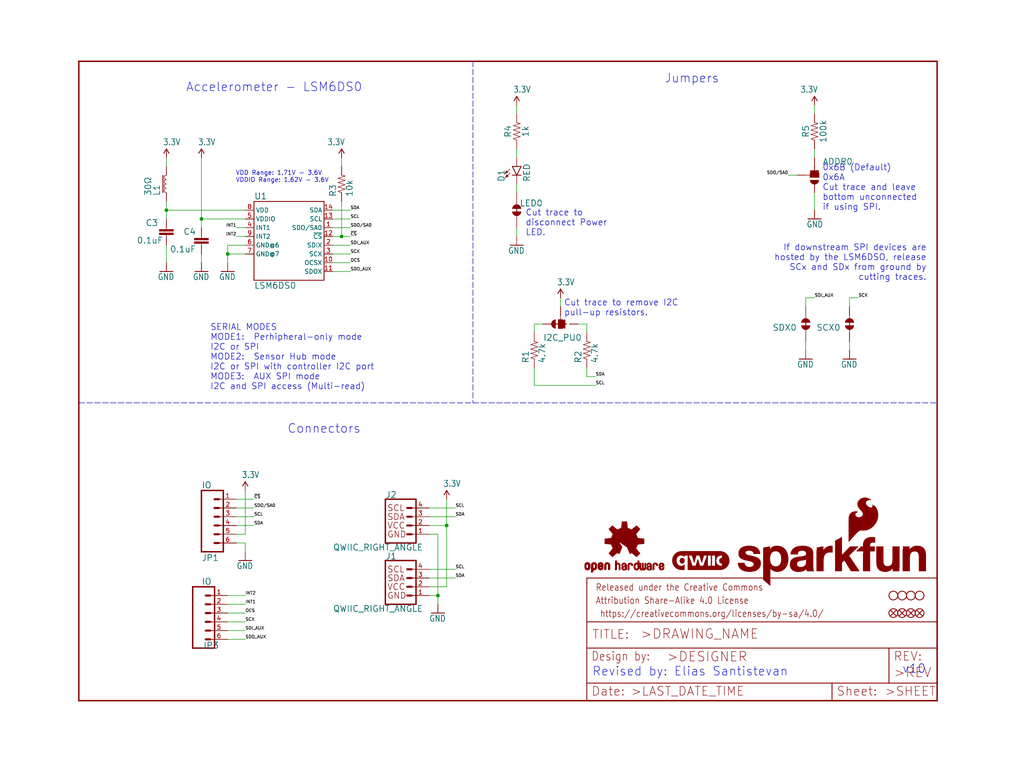
<source format=kicad_sch>
(kicad_sch (version 20211123) (generator eeschema)
  (paper "User" 297.002 223.926)
  (lib_symbols
    (symbol "eagleSchem-eagle-import:0.1UF-0603-25V-(+80{slash}-20%)"
      (property "Reference" "C" (at 1.524 2.921 0))
      (property "Value" "0.1UF-0603-25V-(+80{slash}-20%)" (at 1.524 -2.159 0))
      (symbol "0.1UF-0603-25V-(+80{slash}-20%)_1_0"
        (pin passive line (at 0 5.08 270) (length 2.54) (name "1") (number "1"))
        (pin passive line (at 0 -2.54 90) (length 2.54) (name "2") (number "2"))
      )
    )
    (symbol "eagleSchem-eagle-import:100KOHM-0603-1{slash}10W-1%"
      (property "Reference" "R" (at 0 1.524 0))
      (property "Value" "100KOHM-0603-1{slash}10W-1%" (at 0 -1.524 0))
      (symbol "100KOHM-0603-1{slash}10W-1%_1_0"
        (pin passive line (at -5.08 0 0) (length 2.54) (name "1") (number "1"))
        (pin passive line (at 5.08 0 180) (length 2.54) (name "2") (number "2"))
      )
    )
    (symbol "eagleSchem-eagle-import:10KOHM-0603-1{slash}10W-1%"
      (property "Reference" "R" (at 0 1.524 0))
      (property "Value" "10KOHM-0603-1{slash}10W-1%" (at 0 -1.524 0))
      (symbol "10KOHM-0603-1{slash}10W-1%_1_0"
        (pin passive line (at -5.08 0 0) (length 2.54) (name "1") (number "1"))
        (pin passive line (at 5.08 0 180) (length 2.54) (name "2") (number "2"))
      )
    )
    (symbol "eagleSchem-eagle-import:1KOHM-0603-1{slash}10W-1%"
      (property "Reference" "R" (at 0 1.524 0))
      (property "Value" "1KOHM-0603-1{slash}10W-1%" (at 0 -1.524 0))
      (symbol "1KOHM-0603-1{slash}10W-1%_1_0"
        (pin passive line (at -5.08 0 0) (length 2.54) (name "1") (number "1"))
        (pin passive line (at 5.08 0 180) (length 2.54) (name "2") (number "2"))
      )
    )
    (symbol "eagleSchem-eagle-import:3.3V" (power)
      (property "Value" "3.3V" (at 0 2.794 0))
      (symbol "3.3V_1_0"
        (pin power_in line (at 0 0 90) (length 2.54) (name "3.3V") (number "1"))
      )
    )
    (symbol "eagleSchem-eagle-import:4.7KOHM-0603-1{slash}10W-1%"
      (property "Reference" "R" (at 0 1.524 0))
      (property "Value" "4.7KOHM-0603-1{slash}10W-1%" (at 0 -1.524 0))
      (symbol "4.7KOHM-0603-1{slash}10W-1%_1_0"
        (pin passive line (at -5.08 0 0) (length 2.54) (name "1") (number "1"))
        (pin passive line (at 5.08 0 180) (length 2.54) (name "2") (number "2"))
      )
    )
    (symbol "eagleSchem-eagle-import:CONN_06NO_SILK_NO_POP"
      (property "Reference" "J" (at -5.08 10.668 0))
      (property "Value" "CONN_06NO_SILK_NO_POP" (at -5.08 -9.906 0))
      (symbol "CONN_06NO_SILK_NO_POP_1_0"
        (pin passive line (at 5.08 -5.08 180) (length 5.08) (name "1") (number "1"))
        (pin passive line (at 5.08 -2.54 180) (length 5.08) (name "2") (number "2"))
        (pin passive line (at 5.08 0 180) (length 5.08) (name "3") (number "3"))
        (pin passive line (at 5.08 2.54 180) (length 5.08) (name "4") (number "4"))
        (pin passive line (at 5.08 5.08 180) (length 5.08) (name "5") (number "5"))
        (pin passive line (at 5.08 7.62 180) (length 5.08) (name "6") (number "6"))
      )
    )
    (symbol "eagleSchem-eagle-import:FERRITE_BEAD-0603-30OHM-100MHZ"
      (property "Reference" "FB" (at 1.27 2.54 0))
      (property "Value" "FERRITE_BEAD-0603-30OHM-100MHZ" (at 1.27 -2.54 0))
      (symbol "FERRITE_BEAD-0603-30OHM-100MHZ_1_0"
        (pin passive line (at 0 5.08 270) (length 2.54) (name "1") (number "1"))
        (pin passive line (at 0 -5.08 90) (length 2.54) (name "2") (number "2"))
      )
    )
    (symbol "eagleSchem-eagle-import:FIDUCIALUFIDUCIAL")
    (symbol "eagleSchem-eagle-import:FRAME-LETTER"
      (symbol "FRAME-LETTER_2_0"
        (text " https://creativecommons.org/licenses/by-sa/4.0/" (at 2.54 24.13 0) (effects (font (size 1.9304 1.6408)) (justify left bottom)))
        (text ">DESIGNER" (at 23.114 11.176 0) (effects (font (size 2.7432 2.7432)) (justify left bottom)))
        (text ">DRAWING_NAME" (at 15.494 17.78 0) (effects (font (size 2.7432 2.7432)) (justify left bottom)))
        (text ">LAST_DATE_TIME" (at 12.7 1.27 0) (effects (font (size 2.54 2.54)) (justify left bottom)))
        (text ">REV" (at 88.9 6.604 0) (effects (font (size 2.7432 2.7432)) (justify left bottom)))
        (text ">SHEET" (at 86.36 1.27 0) (effects (font (size 2.54 2.54)) (justify left bottom)))
        (text "Attribution Share-Alike 4.0 License" (at 2.54 27.94 0) (effects (font (size 1.9304 1.6408)) (justify left bottom)))
        (text "Date:" (at 1.27 1.27 0) (effects (font (size 2.54 2.54)) (justify left bottom)))
        (text "Design by:" (at 1.27 11.43 0) (effects (font (size 2.54 2.159)) (justify left bottom)))
        (text "Released under the Creative Commons" (at 2.54 31.75 0) (effects (font (size 1.9304 1.6408)) (justify left bottom)))
        (text "REV:" (at 88.9 11.43 0) (effects (font (size 2.54 2.54)) (justify left bottom)))
        (text "Sheet:" (at 72.39 1.27 0) (effects (font (size 2.54 2.54)) (justify left bottom)))
        (text "TITLE:" (at 1.524 17.78 0) (effects (font (size 2.54 2.54)) (justify left bottom)))
      )
    )
    (symbol "eagleSchem-eagle-import:GND" (power)
      (property "Value" "GND" (at 0 -0.254 0))
      (symbol "GND_1_0"
        (pin power_in line (at 0 2.54 270) (length 2.54) (name "GND") (number "1"))
      )
    )
    (symbol "eagleSchem-eagle-import:JUMPER-SMT_2_NC_TRACE_SILK"
      (property "Reference" "JP" (at -2.54 2.54 0))
      (property "Value" "JUMPER-SMT_2_NC_TRACE_SILK" (at -2.54 -2.54 0))
      (symbol "JUMPER-SMT_2_NC_TRACE_SILK_1_0"
        (pin passive line (at -5.08 0 0) (length 2.54) (name "1") (number "1"))
        (pin passive line (at 5.08 0 180) (length 2.54) (name "2") (number "2"))
      )
    )
    (symbol "eagleSchem-eagle-import:JUMPER-SMT_3_1-NC_TRACE_SILK"
      (property "Reference" "JP" (at 2.54 0.381 0))
      (property "Value" "JUMPER-SMT_3_1-NC_TRACE_SILK" (at 2.54 -0.381 0))
      (symbol "JUMPER-SMT_3_1-NC_TRACE_SILK_1_0"
        (pin passive line (at 0 5.08 270) (length 2.54) (name "1") (number "1"))
        (pin passive line (at -5.08 0 0) (length 2.54) (name "2") (number "2"))
        (pin passive line (at 0 -5.08 90) (length 2.54) (name "3") (number "3"))
      )
    )
    (symbol "eagleSchem-eagle-import:JUMPER-SMT_3_2-NC_TRACE_SILK"
      (property "Reference" "JP" (at 2.54 0.381 0))
      (property "Value" "JUMPER-SMT_3_2-NC_TRACE_SILK" (at 2.54 -0.381 0))
      (symbol "JUMPER-SMT_3_2-NC_TRACE_SILK_1_0"
        (pin passive line (at 0 5.08 270) (length 2.54) (name "1") (number "1"))
        (pin passive line (at -5.08 0 0) (length 2.54) (name "2") (number "2"))
        (pin passive line (at 0 -5.08 90) (length 2.54) (name "3") (number "3"))
      )
    )
    (symbol "eagleSchem-eagle-import:LED-RED0603"
      (property "Reference" "D" (at -3.429 -4.572 90))
      (property "Value" "LED-RED0603" (at 1.905 -4.572 90))
      (symbol "LED-RED0603_1_0"
        (pin passive line (at 0 2.54 270) (length 2.54) (name "A") (number "A"))
        (pin passive line (at 0 -5.08 90) (length 2.54) (name "C") (number "C"))
      )
    )
    (symbol "eagleSchem-eagle-import:LSM6DSO"
      (property "Reference" "U" (at -10.16 13.208 0))
      (property "Value" "LSM6DSO" (at -10.16 -12.7 0))
      (symbol "LSM6DSO_1_0"
        (pin bidirectional line (at 12.7 5.08 180) (length 2.54) (name "SDO/SA0") (number "1"))
        (pin bidirectional line (at 12.7 -5.08 180) (length 2.54) (name "OCSX") (number "10"))
        (pin bidirectional line (at 12.7 -7.62 180) (length 2.54) (name "SDOX") (number "11"))
        (pin bidirectional line (at 12.7 2.54 180) (length 2.54) (name "~{CS}") (number "12"))
        (pin bidirectional line (at 12.7 7.62 180) (length 2.54) (name "SCL") (number "13"))
        (pin bidirectional line (at 12.7 10.16 180) (length 2.54) (name "SDA") (number "14"))
        (pin bidirectional line (at 12.7 0 180) (length 2.54) (name "SDIX") (number "2"))
        (pin bidirectional line (at 12.7 -2.54 180) (length 2.54) (name "SCX") (number "3"))
        (pin bidirectional line (at -12.7 5.08 0) (length 2.54) (name "INT1") (number "4"))
        (pin bidirectional line (at -12.7 7.62 0) (length 2.54) (name "VDDIO") (number "5"))
        (pin bidirectional line (at -12.7 0 0) (length 2.54) (name "GND@6") (number "6"))
        (pin bidirectional line (at -12.7 -2.54 0) (length 2.54) (name "GND@7") (number "7"))
        (pin bidirectional line (at -12.7 10.16 0) (length 2.54) (name "VDD") (number "8"))
        (pin bidirectional line (at -12.7 2.54 0) (length 2.54) (name "INT2") (number "9"))
      )
    )
    (symbol "eagleSchem-eagle-import:OSHW-LOGOS")
    (symbol "eagleSchem-eagle-import:QWIIC_CONNECTORJS-1MM"
      (property "Reference" "J" (at -5.08 7.874 0))
      (property "Value" "QWIIC_CONNECTORJS-1MM" (at -5.08 -5.334 0))
      (symbol "QWIIC_CONNECTORJS-1MM_1_0"
        (text "GND" (at -4.572 -2.54 0) (effects (font (size 1.778 1.778)) (justify left)))
        (text "SCL" (at -4.572 5.08 0) (effects (font (size 1.778 1.778)) (justify left)))
        (text "SDA" (at -4.572 2.54 0) (effects (font (size 1.778 1.778)) (justify left)))
        (text "VCC" (at -4.572 0 0) (effects (font (size 1.778 1.778)) (justify left)))
        (pin power_in line (at 7.62 -2.54 180) (length 5.08) (name "1") (number "1"))
        (pin power_in line (at 7.62 0 180) (length 5.08) (name "2") (number "2"))
        (pin passive line (at 7.62 2.54 180) (length 5.08) (name "3") (number "3"))
        (pin passive line (at 7.62 5.08 180) (length 5.08) (name "4") (number "4"))
      )
    )
    (symbol "eagleSchem-eagle-import:QWIIC_LOGO_4MM")
    (symbol "eagleSchem-eagle-import:SFE_LOGO_NAME_FLAME.1_INCH")
    (symbol "eagleSchem-eagle-import:STAND-OFFTIGHT")
  )
  (junction (at 48.26 60.96))
  (junction (at 99.06 68.58))
  (junction (at 66.04 73.66))
  (junction (at 127 172.72))
  (junction (at 58.42 63.5))
  (junction (at 129.54 152.4))
  (wire (pts (xy 124.46 170.18) (xy 129.54 170.18)))
  (wire (pts (xy 170.18 109.22) (xy 172.72 109.22)))
  (wire (pts (xy 71.12 68.58) (xy 68.58 68.58)))
  (wire (pts (xy 71.12 157.48) (xy 71.12 160.02)))
  (wire (pts (xy 246.38 86.36) (xy 248.92 86.36)))
  (wire (pts (xy 129.54 152.4) (xy 129.54 144.78)))
  (wire (pts (xy 124.46 152.4) (xy 129.54 152.4)))
  (wire (pts (xy 154.94 93.98) (xy 157.48 93.98)))
  (wire (pts (xy 124.46 149.86) (xy 132.08 149.86)))
  (wire (pts (xy 71.12 154.94) (xy 71.12 142.24)))
  (wire (pts (xy 96.52 66.04) (xy 101.6 66.04)))
  (wire (pts (xy 246.38 101.6) (xy 246.38 99.06)))
  (wire (pts (xy 48.26 60.96) (xy 71.12 60.96)))
  (wire (pts (xy 127 154.94) (xy 127 172.72)))
  (wire (pts (xy 124.46 167.64) (xy 132.08 167.64)))
  (wire (pts (xy 48.26 58.42) (xy 48.26 60.96)))
  (wire (pts (xy 124.46 154.94) (xy 127 154.94)))
  (wire (pts (xy 236.22 43.18) (xy 236.22 45.72)))
  (wire (pts (xy 48.26 48.26) (xy 48.26 45.72)))
  (wire (pts (xy 154.94 96.52) (xy 154.94 93.98)))
  (wire (pts (xy 246.38 88.9) (xy 246.38 86.36)))
  (wire (pts (xy 231.14 50.8) (xy 228.6 50.8)))
  (wire (pts (xy 233.68 86.36) (xy 236.22 86.36)))
  (wire (pts (xy 66.04 175.26) (xy 71.12 175.26)))
  (wire (pts (xy 68.58 149.86) (xy 73.66 149.86)))
  (wire (pts (xy 66.04 182.88) (xy 71.12 182.88)))
  (wire (pts (xy 68.58 144.78) (xy 73.66 144.78)))
  (wire (pts (xy 66.04 177.8) (xy 71.12 177.8)))
  (wire (pts (xy 68.58 66.04) (xy 71.12 66.04)))
  (wire (pts (xy 124.46 165.1) (xy 132.08 165.1)))
  (wire (pts (xy 68.58 152.4) (xy 73.66 152.4)))
  (wire (pts (xy 68.58 157.48) (xy 71.12 157.48)))
  (wire (pts (xy 99.06 68.58) (xy 99.06 58.42)))
  (wire (pts (xy 162.56 86.36) (xy 162.56 88.9)))
  (wire (pts (xy 170.18 93.98) (xy 170.18 96.52)))
  (polyline (pts (xy 137.16 116.84) (xy 271.78 116.84)))
  (wire (pts (xy 154.94 106.68) (xy 154.94 111.76)))
  (wire (pts (xy 58.42 66.04) (xy 58.42 63.5)))
  (wire (pts (xy 66.04 76.2) (xy 66.04 73.66)))
  (wire (pts (xy 154.94 111.76) (xy 172.72 111.76)))
  (wire (pts (xy 236.22 60.96) (xy 236.22 55.88)))
  (wire (pts (xy 101.6 68.58) (xy 99.06 68.58)))
  (wire (pts (xy 124.46 172.72) (xy 127 172.72)))
  (wire (pts (xy 96.52 60.96) (xy 101.6 60.96)))
  (wire (pts (xy 96.52 63.5) (xy 101.6 63.5)))
  (wire (pts (xy 66.04 180.34) (xy 71.12 180.34)))
  (wire (pts (xy 124.46 147.32) (xy 132.08 147.32)))
  (wire (pts (xy 233.68 88.9) (xy 233.68 86.36)))
  (wire (pts (xy 96.52 68.58) (xy 99.06 68.58)))
  (polyline (pts (xy 137.16 17.78) (xy 137.16 116.84)))
  (wire (pts (xy 66.04 73.66) (xy 66.04 71.12)))
  (polyline (pts (xy 22.86 116.84) (xy 137.16 116.84)))
  (wire (pts (xy 96.52 71.12) (xy 101.6 71.12)))
  (wire (pts (xy 127 172.72) (xy 127 175.26)))
  (wire (pts (xy 68.58 147.32) (xy 73.66 147.32)))
  (wire (pts (xy 96.52 73.66) (xy 101.6 73.66)))
  (wire (pts (xy 149.86 53.34) (xy 149.86 55.88)))
  (wire (pts (xy 71.12 63.5) (xy 58.42 63.5)))
  (wire (pts (xy 99.06 45.72) (xy 99.06 48.26)))
  (wire (pts (xy 233.68 101.6) (xy 233.68 99.06)))
  (wire (pts (xy 149.86 43.18) (xy 149.86 45.72)))
  (wire (pts (xy 58.42 76.2) (xy 58.42 73.66)))
  (wire (pts (xy 58.42 63.5) (xy 58.42 45.72)))
  (wire (pts (xy 66.04 71.12) (xy 71.12 71.12)))
  (wire (pts (xy 149.86 33.02) (xy 149.86 30.48)))
  (wire (pts (xy 167.64 93.98) (xy 170.18 93.98)))
  (wire (pts (xy 236.22 30.48) (xy 236.22 33.02)))
  (wire (pts (xy 48.26 76.2) (xy 48.26 71.12)))
  (wire (pts (xy 68.58 154.94) (xy 71.12 154.94)))
  (wire (pts (xy 129.54 170.18) (xy 129.54 152.4)))
  (wire (pts (xy 96.52 78.74) (xy 101.6 78.74)))
  (wire (pts (xy 66.04 172.72) (xy 71.12 172.72)))
  (wire (pts (xy 96.52 76.2) (xy 101.6 76.2)))
  (wire (pts (xy 66.04 185.42) (xy 71.12 185.42)))
  (wire (pts (xy 48.26 63.5) (xy 48.26 60.96)))
  (wire (pts (xy 71.12 73.66) (xy 66.04 73.66)))
  (wire (pts (xy 149.86 66.04) (xy 149.86 68.58)))
  (wire (pts (xy 170.18 106.68) (xy 170.18 109.22)))
  (text "VDD Range: 1.71V - 3.6V\nVDDIO Range: 1.62V - 3.6V" (at 68.326 53.086 180) (effects (font (size 1.27 1.27)) (justify left bottom)))
  (text "0x6B (Default)\n0x6A\nCut trace and leave\nbottom unconnected\nif using SPI." (at 238.506 61.214 0) (effects (font (size 1.778 1.778)) (justify left bottom)))
  (text "Accelerometer - LSM6DS0" (at 79.502 25.4 180) (effects (font (size 2.54 2.54))))
  (text "v10" (at 261.62 195.58 180) (effects (font (size 2.54 2.54)) (justify left bottom)))
  (text "Jumpers" (at 200.66 22.86 180) (effects (font (size 2.54 2.54))))
  (text "Cut trace to\ndisconnect Power\nLED." (at 152.4 68.58 180) (effects (font (size 1.778 1.778)) (justify left bottom)))
  (text "If downstream SPI devices are\nhosted by the LSM6DSO, release\nSCx and SDx from ground by\ncutting traces." (at 268.732 81.534 0) (effects (font (size 1.778 1.778)) (justify right bottom)))
  (text "Connectors" (at 93.98 124.46 180) (effects (font (size 2.54 2.54))))
  (text "Cut trace to remove I2C\npull-up resistors." (at 163.576 86.868 180) (effects (font (size 1.778 1.778)) (justify left top)))
  (text "SERIAL MODES\nMODE1:  Perhipheral-only mode\nI2C or SPI\nMODE2:  Sensor Hub mode\nI2C or SPI with controller I2C port\nMODE3:  AUX SPI mode\nI2C and SPI access (Multi-read)" (at 60.96 93.98 0) (effects (font (size 1.778 1.778)) (justify left top)))
  (text "Revised by: Elias Santistevan" (at 171.704 196.342 180) (effects (font (size 2.54 2.54)) (justify left bottom)))
  (label "SDA" (at 132.08 149.86 0) (effects (font (size 0.889 0.889))))
  (label "SDO_AUX" (at 71.12 185.42 0) (effects (font (size 0.889 0.889))))
  (label "SDA" (at 101.6 60.96 0) (effects (font (size 0.889 0.889))))
  (label "SDA" (at 172.72 109.22 0) (effects (font (size 0.889 0.889))))
  (label "INT1" (at 68.58 66.04 180) (effects (font (size 0.889 0.889))))
  (label "SCX" (at 248.92 86.36 0) (effects (font (size 0.889 0.889))))
  (label "SCX" (at 71.12 180.34 0) (effects (font (size 0.889 0.889))))
  (label "SCL" (at 132.08 147.32 0) (effects (font (size 0.889 0.889))))
  (label "SCL" (at 73.66 149.86 0) (effects (font (size 0.889 0.889))))
  (label "SDO/SA0" (at 101.6 66.04 0) (effects (font (size 0.889 0.889))))
  (label "~{CS}" (at 73.66 144.78 0) (effects (font (size 0.889 0.889))))
  (label "INT1" (at 71.12 175.26 0) (effects (font (size 0.889 0.889))))
  (label "SCL" (at 132.08 165.1 0) (effects (font (size 0.889 0.889))))
  (label "SDA" (at 132.08 167.64 0) (effects (font (size 0.889 0.889))))
  (label "~{CS}" (at 101.6 68.58 0) (effects (font (size 0.889 0.889))))
  (label "SCL" (at 172.72 111.76 0) (effects (font (size 0.889 0.889))))
  (label "OCS" (at 101.6 76.2 0) (effects (font (size 0.889 0.889))))
  (label "INT2" (at 68.58 68.58 180) (effects (font (size 0.889 0.889))))
  (label "OCS" (at 71.12 177.8 0) (effects (font (size 0.889 0.889))))
  (label "SDI_AUX" (at 236.22 86.36 0) (effects (font (size 0.889 0.889))))
  (label "SDO_AUX" (at 101.6 78.74 0) (effects (font (size 0.889 0.889))))
  (label "SDO/SA0" (at 228.6 50.8 180) (effects (font (size 0.889 0.889))))
  (label "SCX" (at 101.6 73.66 0) (effects (font (size 0.889 0.889))))
  (label "SDA" (at 73.66 152.4 0) (effects (font (size 0.889 0.889))))
  (label "SCL" (at 101.6 63.5 0) (effects (font (size 0.889 0.889))))
  (label "SDI_AUX" (at 71.12 182.88 0) (effects (font (size 0.889 0.889))))
  (label "INT2" (at 71.12 172.72 0) (effects (font (size 0.889 0.889))))
  (label "SDI_AUX" (at 101.6 71.12 0) (effects (font (size 0.889 0.889))))
  (label "SDO/SA0" (at 73.66 147.32 0) (effects (font (size 0.889 0.889))))
  (symbol (lib_id "eagleSchem-eagle-import:3.3V") (at 129.54 144.78 0) (unit 1)
    (property "Reference" "#SUPPLY1" (effects hide))
    (property "Value" "3.3V" (at 128.524 141.224 0) (effects (font (size 1.778 1.5113)) (justify left bottom)))
    (property "Footprint" "eagleSchem:" (effects hide))
  )
  (symbol (lib_id "eagleSchem-eagle-import:4.7KOHM-0603-1{slash}10W-1%") (at 154.94 101.6 90) (unit 1)
    (property "Reference" "R1" (at 153.4414 105.41 0) (effects (font (size 1.778 1.778)) (justify left bottom)))
    (property "Value" "4.7k" (at 158.242 105.41 0) (effects (font (size 1.778 1.778)) (justify left bottom)))
    (property "Footprint" "eagleSchem:0603" (effects hide))
  )
  (symbol (lib_id "eagleSchem-eagle-import:STAND-OFFTIGHT") (at 264.16 172.72 0) (unit 1)
    (property "Reference" "STANDOFF3" (effects hide))
    (property "Value" "STAND-OFFTIGHT" (effects hide))
    (property "Footprint" "eagleSchem:STAND-OFF-TIGHT" (effects hide))
  )
  (symbol (lib_id "eagleSchem-eagle-import:JUMPER-SMT_2_NC_TRACE_SILK") (at 246.38 93.98 90) (unit 1)
    (property "Reference" "SCX0" (at 243.84 93.98 90) (effects (font (size 1.778 1.778)) (justify left bottom)))
    (property "Value" "JUMPER-SMT_2_NC_TRACE_SILK" (effects hide))
    (property "Footprint" "eagleSchem:SMT-JUMPER_2_NC_TRACE_SILK" (effects hide))
  )
  (symbol (lib_id "eagleSchem-eagle-import:GND") (at 66.04 78.74 0) (unit 1)
    (property "Reference" "#GND4" (effects hide))
    (property "Value" "GND" (at 63.5 81.28 0) (effects (font (size 1.778 1.5113)) (justify left bottom)))
    (property "Footprint" "eagleSchem:" (effects hide))
  )
  (symbol (lib_id "eagleSchem-eagle-import:CONN_06NO_SILK_NO_POP") (at 60.96 177.8 0) (mirror x) (unit 1)
    (property "Reference" "JP3" (at 58.42 186.182 0) (effects (font (size 1.778 1.778)) (justify left bottom)))
    (property "Value" "IO" (at 58.42 167.64 0) (effects (font (size 1.778 1.778)) (justify left bottom)))
    (property "Footprint" "eagleSchem:1X06_NO_SILK" (effects hide))
  )
  (symbol (lib_id "eagleSchem-eagle-import:1KOHM-0603-1{slash}10W-1%") (at 149.86 38.1 90) (unit 1)
    (property "Reference" "R4" (at 148.336 38.1 0) (effects (font (size 1.778 1.778)) (justify bottom)))
    (property "Value" "1k" (at 151.384 38.1 0) (effects (font (size 1.778 1.778)) (justify top)))
    (property "Footprint" "eagleSchem:0603" (effects hide))
  )
  (symbol (lib_id "eagleSchem-eagle-import:0.1UF-0603-25V-(+80{slash}-20%)") (at 48.26 68.58 0) (unit 1)
    (property "Reference" "C3" (at 42.164 65.659 0) (effects (font (size 1.778 1.778)) (justify left bottom)))
    (property "Value" "0.1uF" (at 39.624 70.739 0) (effects (font (size 1.778 1.778)) (justify left bottom)))
    (property "Footprint" "eagleSchem:0603" (effects hide))
  )
  (symbol (lib_id "eagleSchem-eagle-import:4.7KOHM-0603-1{slash}10W-1%") (at 170.18 101.6 90) (unit 1)
    (property "Reference" "R2" (at 168.6814 105.41 0) (effects (font (size 1.778 1.778)) (justify left bottom)))
    (property "Value" "4.7k" (at 173.482 105.41 0) (effects (font (size 1.778 1.778)) (justify left bottom)))
    (property "Footprint" "eagleSchem:0603" (effects hide))
  )
  (symbol (lib_id "eagleSchem-eagle-import:LSM6DSO") (at 83.82 71.12 0) (unit 1)
    (property "Reference" "U1" (at 73.66 57.912 0) (effects (font (size 1.778 1.778)) (justify left bottom)))
    (property "Value" "LSM6DS0" (at 73.66 83.82 0) (effects (font (size 1.778 1.778)) (justify left bottom)))
    (property "Footprint" "eagleSchem:LGA14L" (effects hide))
  )
  (symbol (lib_id "eagleSchem-eagle-import:3.3V") (at 58.42 45.72 0) (unit 1)
    (property "Reference" "#SUPPLY4" (effects hide))
    (property "Value" "3.3V" (at 57.404 42.164 0) (effects (font (size 1.778 1.5113)) (justify left bottom)))
    (property "Footprint" "eagleSchem:" (effects hide))
  )
  (symbol (lib_id "eagleSchem-eagle-import:GND") (at 58.42 78.74 0) (unit 1)
    (property "Reference" "#GND10" (effects hide))
    (property "Value" "GND" (at 55.88 81.28 0) (effects (font (size 1.778 1.5113)) (justify left bottom)))
    (property "Footprint" "eagleSchem:" (effects hide))
  )
  (symbol (lib_id "eagleSchem-eagle-import:0.1UF-0603-25V-(+80{slash}-20%)") (at 58.42 71.12 0) (mirror y) (unit 1)
    (property "Reference" "C4" (at 56.896 68.199 0) (effects (font (size 1.778 1.778)) (justify left bottom)))
    (property "Value" "0.1uF" (at 56.896 73.279 0) (effects (font (size 1.778 1.778)) (justify left bottom)))
    (property "Footprint" "eagleSchem:0603" (effects hide))
  )
  (symbol (lib_id "eagleSchem-eagle-import:GND") (at 48.26 78.74 0) (unit 1)
    (property "Reference" "#GND5" (effects hide))
    (property "Value" "GND" (at 45.72 81.28 0) (effects (font (size 1.778 1.5113)) (justify left bottom)))
    (property "Footprint" "eagleSchem:" (effects hide))
  )
  (symbol (lib_id "eagleSchem-eagle-import:3.3V") (at 236.22 30.48 0) (mirror y) (unit 1)
    (property "Reference" "#SUPPLY10" (effects hide))
    (property "Value" "3.3V" (at 237.236 26.924 0) (effects (font (size 1.778 1.5113)) (justify left bottom)))
    (property "Footprint" "eagleSchem:" (effects hide))
  )
  (symbol (lib_id "eagleSchem-eagle-import:GND") (at 246.38 104.14 0) (unit 1)
    (property "Reference" "#GND2" (effects hide))
    (property "Value" "GND" (at 243.84 106.68 0) (effects (font (size 1.778 1.5113)) (justify left bottom)))
    (property "Footprint" "eagleSchem:" (effects hide))
  )
  (symbol (lib_id "eagleSchem-eagle-import:GND") (at 71.12 162.56 0) (unit 1)
    (property "Reference" "#GND11" (effects hide))
    (property "Value" "GND" (at 68.58 165.1 0) (effects (font (size 1.778 1.5113)) (justify left bottom)))
    (property "Footprint" "eagleSchem:" (effects hide))
  )
  (symbol (lib_id "eagleSchem-eagle-import:JUMPER-SMT_3_2-NC_TRACE_SILK") (at 162.56 93.98 90) (mirror x) (unit 1)
    (property "Reference" "I2C_PU0" (at 157.48 96.901 90) (effects (font (size 1.778 1.778)) (justify right top)))
    (property "Value" "S_MODE" (effects hide))
    (property "Footprint" "eagleSchem:SMT-JUMPER_3_2-NC_TRACE_SILK" (effects hide))
  )
  (symbol (lib_id "eagleSchem-eagle-import:STAND-OFFTIGHT") (at 266.7 172.72 0) (unit 1)
    (property "Reference" "STANDOFF4" (effects hide))
    (property "Value" "STAND-OFFTIGHT" (effects hide))
    (property "Footprint" "eagleSchem:STAND-OFF-TIGHT" (effects hide))
  )
  (symbol (lib_id "eagleSchem-eagle-import:GND") (at 149.86 71.12 0) (unit 1)
    (property "Reference" "#GND7" (effects hide))
    (property "Value" "GND" (at 147.32 73.66 0) (effects (font (size 1.778 1.5113)) (justify left bottom)))
    (property "Footprint" "eagleSchem:" (effects hide))
  )
  (symbol (lib_id "eagleSchem-eagle-import:CONN_06NO_SILK_NO_POP") (at 63.5 149.86 0) (mirror x) (unit 1)
    (property "Reference" "JP1" (at 58.42 160.782 0) (effects (font (size 1.778 1.778)) (justify left bottom)))
    (property "Value" "IO" (at 58.42 139.7 0) (effects (font (size 1.778 1.778)) (justify left bottom)))
    (property "Footprint" "eagleSchem:1X06_NO_SILK" (effects hide))
  )
  (symbol (lib_id "eagleSchem-eagle-import:FIDUCIALUFIDUCIAL") (at 261.62 177.8 0) (unit 1)
    (property "Reference" "FID2" (effects hide))
    (property "Value" "FIDUCIALUFIDUCIAL" (effects hide))
    (property "Footprint" "eagleSchem:FIDUCIAL-MICRO" (effects hide))
  )
  (symbol (lib_id "eagleSchem-eagle-import:FIDUCIALUFIDUCIAL") (at 264.16 177.8 0) (unit 1)
    (property "Reference" "FD1" (effects hide))
    (property "Value" "FIDUCIALUFIDUCIAL" (effects hide))
    (property "Footprint" "eagleSchem:FIDUCIAL-MICRO" (effects hide))
  )
  (symbol (lib_id "eagleSchem-eagle-import:GND") (at 127 177.8 0) (unit 1)
    (property "Reference" "#GND3" (effects hide))
    (property "Value" "GND" (at 124.46 180.34 0) (effects (font (size 1.778 1.5113)) (justify left bottom)))
    (property "Footprint" "eagleSchem:" (effects hide))
  )
  (symbol (lib_id "eagleSchem-eagle-import:STAND-OFFTIGHT") (at 261.62 172.72 0) (unit 1)
    (property "Reference" "STANDOFF2" (effects hide))
    (property "Value" "STAND-OFFTIGHT" (effects hide))
    (property "Footprint" "eagleSchem:STAND-OFF-TIGHT" (effects hide))
  )
  (symbol (lib_id "eagleSchem-eagle-import:OSHW-LOGOS") (at 181.102 156.972 0) (unit 1)
    (property "Reference" "LOGO2" (effects hide))
    (property "Value" "OSHW-LOGOS" (effects hide))
    (property "Footprint" "eagleSchem:OSHW-LOGO-S" (effects hide))
  )
  (symbol (lib_id "eagleSchem-eagle-import:JUMPER-SMT_2_NC_TRACE_SILK") (at 233.68 93.98 90) (unit 1)
    (property "Reference" "SDX0" (at 231.14 93.98 90) (effects (font (size 1.778 1.778)) (justify left bottom)))
    (property "Value" "JUMPER-SMT_2_NC_TRACE_SILK" (effects hide))
    (property "Footprint" "eagleSchem:SMT-JUMPER_2_NC_TRACE_SILK" (effects hide))
  )
  (symbol (lib_id "eagleSchem-eagle-import:GND") (at 233.68 104.14 0) (unit 1)
    (property "Reference" "#GND1" (effects hide))
    (property "Value" "GND" (at 231.14 106.68 0) (effects (font (size 1.778 1.5113)) (justify left bottom)))
    (property "Footprint" "eagleSchem:" (effects hide))
  )
  (symbol (lib_id "eagleSchem-eagle-import:100KOHM-0603-1{slash}10W-1%") (at 236.22 38.1 90) (unit 1)
    (property "Reference" "R5" (at 234.696 38.1 0) (effects (font (size 1.778 1.778)) (justify bottom)))
    (property "Value" "100k" (at 237.744 38.1 0) (effects (font (size 1.778 1.778)) (justify top)))
    (property "Footprint" "eagleSchem:0603" (effects hide))
  )
  (symbol (lib_id "eagleSchem-eagle-import:QWIIC_CONNECTORJS-1MM") (at 116.84 152.4 0) (unit 1)
    (property "Reference" "J2" (at 111.76 144.526 0) (effects (font (size 1.778 1.778)) (justify left bottom)))
    (property "Value" "QWIIC_RIGHT_ANGLE" (at 96.52 157.734 0) (effects (font (size 1.778 1.778)) (justify left top)))
    (property "Footprint" "eagleSchem:JST04_1MM_RA" (effects hide))
  )
  (symbol (lib_id "eagleSchem-eagle-import:JUMPER-SMT_2_NC_TRACE_SILK") (at 149.86 60.96 90) (unit 1)
    (property "Reference" "LED0" (at 157.48 57.912 90) (effects (font (size 1.778 1.778)) (justify left bottom)))
    (property "Value" "JUMPER-SMT_2_NC_TRACE_SILK" (effects hide))
    (property "Footprint" "eagleSchem:SMT-JUMPER_2_NC_TRACE_SILK" (effects hide))
  )
  (symbol (lib_id "eagleSchem-eagle-import:FIDUCIALUFIDUCIAL") (at 266.7 177.8 0) (unit 1)
    (property "Reference" "FD2" (effects hide))
    (property "Value" "FIDUCIALUFIDUCIAL" (effects hide))
    (property "Footprint" "eagleSchem:FIDUCIAL-MICRO" (effects hide))
  )
  (symbol (lib_id "eagleSchem-eagle-import:QWIIC_CONNECTORJS-1MM") (at 116.84 170.18 0) (unit 1)
    (property "Reference" "J1" (at 111.76 162.306 0) (effects (font (size 1.778 1.778)) (justify left bottom)))
    (property "Value" "QWIIC_RIGHT_ANGLE" (at 96.52 175.514 0) (effects (font (size 1.778 1.778)) (justify left top)))
    (property "Footprint" "eagleSchem:JST04_1MM_RA" (effects hide))
  )
  (symbol (lib_id "eagleSchem-eagle-import:FIDUCIALUFIDUCIAL") (at 259.08 177.8 0) (unit 1)
    (property "Reference" "FID1" (effects hide))
    (property "Value" "FIDUCIALUFIDUCIAL" (effects hide))
    (property "Footprint" "eagleSchem:FIDUCIAL-MICRO" (effects hide))
  )
  (symbol (lib_id "eagleSchem-eagle-import:LED-RED0603") (at 149.86 48.26 0) (unit 1)
    (property "Reference" "D1" (at 146.431 52.832 90) (effects (font (size 1.778 1.778)) (justify left bottom)))
    (property "Value" "RED" (at 151.765 52.832 90) (effects (font (size 1.778 1.778)) (justify left top)))
    (property "Footprint" "eagleSchem:LED-0603" (effects hide))
  )
  (symbol (lib_id "eagleSchem-eagle-import:3.3V") (at 99.06 45.72 0) (mirror y) (unit 1)
    (property "Reference" "#SUPPLY11" (effects hide))
    (property "Value" "3.3V" (at 100.076 42.164 0) (effects (font (size 1.778 1.5113)) (justify left bottom)))
    (property "Footprint" "eagleSchem:" (effects hide))
  )
  (symbol (lib_id "eagleSchem-eagle-import:FRAME-LETTER") (at 170.18 203.2 0) (unit 2)
    (property "Reference" "FRAME1" (effects hide))
    (property "Value" "FRAME-LETTER" (effects hide))
    (property "Footprint" "eagleSchem:CREATIVE_COMMONS" (effects hide))
    (property "Value" "FRAME-LETTER" (effects hide))
  )
  (symbol (lib_id "eagleSchem-eagle-import:QWIIC_LOGO_4MM") (at 203.2 162.56 0) (unit 1)
    (property "Reference" "LOGO1" (effects hide))
    (property "Value" "QWIIC_LOGO_4MM" (effects hide))
    (property "Footprint" "eagleSchem:QWIIC_4MM" (effects hide))
  )
  (symbol (lib_id "eagleSchem-eagle-import:3.3V") (at 162.56 86.36 0) (unit 1)
    (property "Reference" "#SUPPLY2" (effects hide))
    (property "Value" "3.3V" (at 161.544 82.804 0) (effects (font (size 1.778 1.5113)) (justify left bottom)))
    (property "Footprint" "eagleSchem:" (effects hide))
  )
  (symbol (lib_id "eagleSchem-eagle-import:FERRITE_BEAD-0603-30OHM-100MHZ") (at 48.26 53.34 0) (mirror y) (unit 1)
    (property "Reference" "L1" (at 44.45 56.896 90) (effects (font (size 1.778 1.778)) (justify left bottom)))
    (property "Value" "30Ω" (at 41.91 56.896 90) (effects (font (size 1.778 1.778)) (justify left bottom)))
    (property "Footprint" "eagleSchem:0603" (effects hide))
  )
  (symbol (lib_id "eagleSchem-eagle-import:3.3V") (at 71.12 142.24 0) (unit 1)
    (property "Reference" "#SUPPLY6" (effects hide))
    (property "Value" "3.3V" (at 70.104 138.684 0) (effects (font (size 1.778 1.5113)) (justify left bottom)))
    (property "Footprint" "eagleSchem:" (effects hide))
  )
  (symbol (lib_id "eagleSchem-eagle-import:3.3V") (at 149.86 30.48 0) (unit 1)
    (property "Reference" "#SUPPLY3" (effects hide))
    (property "Value" "3.3V" (at 148.844 26.924 0) (effects (font (size 1.778 1.5113)) (justify left bottom)))
    (property "Footprint" "eagleSchem:" (effects hide))
  )
  (symbol (lib_id "eagleSchem-eagle-import:STAND-OFFTIGHT") (at 259.08 172.72 0) (unit 1)
    (property "Reference" "STANDOFF1" (effects hide))
    (property "Value" "STAND-OFFTIGHT" (effects hide))
    (property "Footprint" "eagleSchem:STAND-OFF-TIGHT" (effects hide))
  )
  (symbol (lib_id "eagleSchem-eagle-import:FRAME-LETTER") (at 22.86 203.2 0) (unit 1)
    (property "Reference" "FRAME1" (effects hide))
    (property "Value" "FRAME-LETTER" (effects hide))
    (property "Footprint" "eagleSchem:CREATIVE_COMMONS" (effects hide))
    (property "Value" "FRAME-LETTER" (effects hide))
  )
  (symbol (lib_id "eagleSchem-eagle-import:JUMPER-SMT_3_1-NC_TRACE_SILK") (at 236.22 50.8 0) (mirror x) (unit 1)
    (property "Reference" "ADDR0" (at 238.506 45.847 0) (effects (font (size 1.778 1.778)) (justify left bottom)))
    (property "Value" "JUMPER-SMT_3_1-NC_TRACE_SILK" (effects hide))
    (property "Footprint" "eagleSchem:SMT-JUMPER_3_1-NC_TRACE_SILK" (effects hide))
  )
  (symbol (lib_id "eagleSchem-eagle-import:3.3V") (at 48.26 45.72 0) (unit 1)
    (property "Reference" "#SUPPLY5" (effects hide))
    (property "Value" "3.3V" (at 47.244 42.164 0) (effects (font (size 1.778 1.5113)) (justify left bottom)))
    (property "Footprint" "eagleSchem:" (effects hide))
  )
  (symbol (lib_id "eagleSchem-eagle-import:GND") (at 236.22 63.5 0) (mirror y) (unit 1)
    (property "Reference" "#GND6" (effects hide))
    (property "Value" "GND" (at 238.76 66.04 0) (effects (font (size 1.778 1.5113)) (justify left bottom)))
    (property "Footprint" "eagleSchem:" (effects hide))
  )
  (symbol (lib_id "eagleSchem-eagle-import:SFE_LOGO_NAME_FLAME.1_INCH") (at 213.36 170.18 0) (unit 1)
    (property "Reference" "LOGO3" (effects hide))
    (property "Value" "SFE_LOGO_NAME_FLAME.1_INCH" (effects hide))
    (property "Footprint" "eagleSchem:SFE_LOGO_NAME_FLAME_.1" (effects hide))
  )
  (symbol (lib_id "eagleSchem-eagle-import:10KOHM-0603-1{slash}10W-1%") (at 99.06 53.34 90) (unit 1)
    (property "Reference" "R3" (at 97.5614 57.15 0) (effects (font (size 1.778 1.778)) (justify left bottom)))
    (property "Value" "10k" (at 102.362 57.15 0) (effects (font (size 1.778 1.778)) (justify left bottom)))
    (property "Footprint" "eagleSchem:0603" (effects hide))
  )
)
</source>
